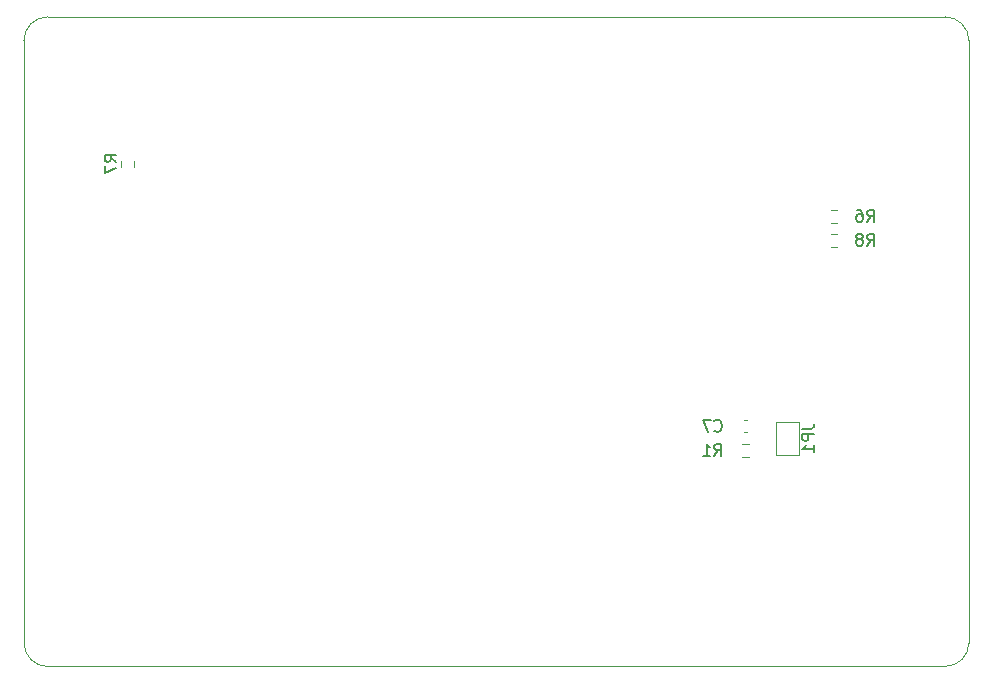
<source format=gbr>
%TF.GenerationSoftware,KiCad,Pcbnew,(5.99.0-10407-g1e8b23402c)*%
%TF.CreationDate,2021-04-27T17:36:10+08:00*%
%TF.ProjectId,PIC32MX150,50494333-324d-4583-9135-302e6b696361,rev?*%
%TF.SameCoordinates,Original*%
%TF.FileFunction,Legend,Bot*%
%TF.FilePolarity,Positive*%
%FSLAX46Y46*%
G04 Gerber Fmt 4.6, Leading zero omitted, Abs format (unit mm)*
G04 Created by KiCad (PCBNEW (5.99.0-10407-g1e8b23402c)) date 2021-04-27 17:36:10*
%MOMM*%
%LPD*%
G01*
G04 APERTURE LIST*
%TA.AperFunction,Profile*%
%ADD10C,0.050000*%
%TD*%
%ADD11C,0.150000*%
%ADD12C,0.120000*%
G04 APERTURE END LIST*
D10*
X118000000Y-40000000D02*
G75*
G02*
X120000000Y-42000000I0J-2000000D01*
G01*
X42000000Y-95000000D02*
G75*
G02*
X40000000Y-93000000I0J2000000D01*
G01*
X120000000Y-93000000D02*
G75*
G02*
X118000000Y-95000000I-2000000J0D01*
G01*
X42000000Y-95000000D02*
X118000000Y-95000000D01*
X40000000Y-42000000D02*
X40000000Y-93000000D01*
X40000000Y-42000000D02*
G75*
G02*
X42000000Y-40000000I2000000J0D01*
G01*
X118000000Y-40000000D02*
X42000000Y-40000000D01*
X120000000Y-93000000D02*
X120000000Y-42000000D01*
D11*
%TO.C,C7*%
X98464666Y-75033142D02*
X98512285Y-75080761D01*
X98655142Y-75128380D01*
X98750380Y-75128380D01*
X98893238Y-75080761D01*
X98988476Y-74985523D01*
X99036095Y-74890285D01*
X99083714Y-74699809D01*
X99083714Y-74556952D01*
X99036095Y-74366476D01*
X98988476Y-74271238D01*
X98893238Y-74176000D01*
X98750380Y-74128380D01*
X98655142Y-74128380D01*
X98512285Y-74176000D01*
X98464666Y-74223619D01*
X98131333Y-74128380D02*
X97464666Y-74128380D01*
X97893238Y-75128380D01*
%TO.C,R1*%
X98464666Y-77160380D02*
X98798000Y-76684190D01*
X99036095Y-77160380D02*
X99036095Y-76160380D01*
X98655142Y-76160380D01*
X98559904Y-76208000D01*
X98512285Y-76255619D01*
X98464666Y-76350857D01*
X98464666Y-76493714D01*
X98512285Y-76588952D01*
X98559904Y-76636571D01*
X98655142Y-76684190D01*
X99036095Y-76684190D01*
X97512285Y-77160380D02*
X98083714Y-77160380D01*
X97798000Y-77160380D02*
X97798000Y-76160380D01*
X97893238Y-76303238D01*
X97988476Y-76398476D01*
X98083714Y-76446095D01*
%TO.C,JP1*%
X105900380Y-74858666D02*
X106614666Y-74858666D01*
X106757523Y-74811047D01*
X106852761Y-74715809D01*
X106900380Y-74572952D01*
X106900380Y-74477714D01*
X106900380Y-75334857D02*
X105900380Y-75334857D01*
X105900380Y-75715809D01*
X105948000Y-75811047D01*
X105995619Y-75858666D01*
X106090857Y-75906285D01*
X106233714Y-75906285D01*
X106328952Y-75858666D01*
X106376571Y-75811047D01*
X106424190Y-75715809D01*
X106424190Y-75334857D01*
X106900380Y-76858666D02*
X106900380Y-76287238D01*
X106900380Y-76572952D02*
X105900380Y-76572952D01*
X106043238Y-76477714D01*
X106138476Y-76382476D01*
X106186095Y-76287238D01*
%TO.C,R7*%
X47823380Y-52260833D02*
X47347190Y-51927500D01*
X47823380Y-51689404D02*
X46823380Y-51689404D01*
X46823380Y-52070357D01*
X46871000Y-52165595D01*
X46918619Y-52213214D01*
X47013857Y-52260833D01*
X47156714Y-52260833D01*
X47251952Y-52213214D01*
X47299571Y-52165595D01*
X47347190Y-52070357D01*
X47347190Y-51689404D01*
X46823380Y-52594166D02*
X46823380Y-53260833D01*
X47823380Y-52832261D01*
%TO.C,R6*%
X111418666Y-57348380D02*
X111752000Y-56872190D01*
X111990095Y-57348380D02*
X111990095Y-56348380D01*
X111609142Y-56348380D01*
X111513904Y-56396000D01*
X111466285Y-56443619D01*
X111418666Y-56538857D01*
X111418666Y-56681714D01*
X111466285Y-56776952D01*
X111513904Y-56824571D01*
X111609142Y-56872190D01*
X111990095Y-56872190D01*
X110561523Y-56348380D02*
X110752000Y-56348380D01*
X110847238Y-56396000D01*
X110894857Y-56443619D01*
X110990095Y-56586476D01*
X111037714Y-56776952D01*
X111037714Y-57157904D01*
X110990095Y-57253142D01*
X110942476Y-57300761D01*
X110847238Y-57348380D01*
X110656761Y-57348380D01*
X110561523Y-57300761D01*
X110513904Y-57253142D01*
X110466285Y-57157904D01*
X110466285Y-56919809D01*
X110513904Y-56824571D01*
X110561523Y-56776952D01*
X110656761Y-56729333D01*
X110847238Y-56729333D01*
X110942476Y-56776952D01*
X110990095Y-56824571D01*
X111037714Y-56919809D01*
%TO.C,R8*%
X111418666Y-59380380D02*
X111752000Y-58904190D01*
X111990095Y-59380380D02*
X111990095Y-58380380D01*
X111609142Y-58380380D01*
X111513904Y-58428000D01*
X111466285Y-58475619D01*
X111418666Y-58570857D01*
X111418666Y-58713714D01*
X111466285Y-58808952D01*
X111513904Y-58856571D01*
X111609142Y-58904190D01*
X111990095Y-58904190D01*
X110847238Y-58808952D02*
X110942476Y-58761333D01*
X110990095Y-58713714D01*
X111037714Y-58618476D01*
X111037714Y-58570857D01*
X110990095Y-58475619D01*
X110942476Y-58428000D01*
X110847238Y-58380380D01*
X110656761Y-58380380D01*
X110561523Y-58428000D01*
X110513904Y-58475619D01*
X110466285Y-58570857D01*
X110466285Y-58618476D01*
X110513904Y-58713714D01*
X110561523Y-58761333D01*
X110656761Y-58808952D01*
X110847238Y-58808952D01*
X110942476Y-58856571D01*
X110990095Y-58904190D01*
X111037714Y-58999428D01*
X111037714Y-59189904D01*
X110990095Y-59285142D01*
X110942476Y-59332761D01*
X110847238Y-59380380D01*
X110656761Y-59380380D01*
X110561523Y-59332761D01*
X110513904Y-59285142D01*
X110466285Y-59189904D01*
X110466285Y-58999428D01*
X110513904Y-58904190D01*
X110561523Y-58856571D01*
X110656761Y-58808952D01*
D12*
%TO.C,C7*%
X101238267Y-75186000D02*
X100945733Y-75186000D01*
X101238267Y-74166000D02*
X100945733Y-74166000D01*
%TO.C,R1*%
X100837276Y-77230500D02*
X101346724Y-77230500D01*
X100837276Y-76185500D02*
X101346724Y-76185500D01*
%TO.C,JP1*%
X105648000Y-77092000D02*
X105648000Y-74292000D01*
X103648000Y-77092000D02*
X105648000Y-77092000D01*
X103648000Y-74292000D02*
X103648000Y-77092000D01*
X105648000Y-74292000D02*
X103648000Y-74292000D01*
%TO.C,R7*%
X48245500Y-52682224D02*
X48245500Y-52172776D01*
X49290500Y-52682224D02*
X49290500Y-52172776D01*
%TO.C,R6*%
X108816224Y-56373500D02*
X108306776Y-56373500D01*
X108816224Y-57418500D02*
X108306776Y-57418500D01*
%TO.C,R8*%
X108816224Y-58405500D02*
X108306776Y-58405500D01*
X108816224Y-59450500D02*
X108306776Y-59450500D01*
%TD*%
M02*

</source>
